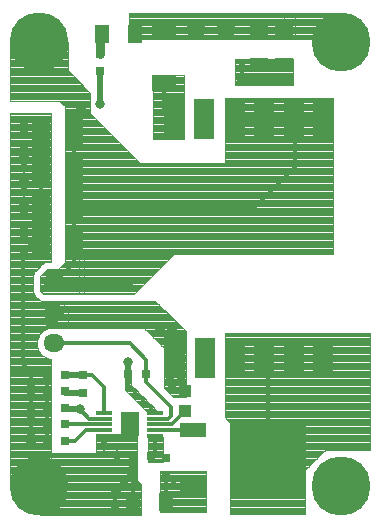
<source format=gbr>
G04 DipTrace 3.1.0.1*
G04 lt3757_nixie_power_supply_nosnub-route-5.Top.gbr*
%MOIN*%
G04 #@! TF.FileFunction,Copper,L1,Top*
G04 #@! TF.Part,Single*
G04 #@! TA.AperFunction,Conductor*
%ADD14C,0.011811*%
%ADD15C,0.019685*%
G04 #@! TA.AperFunction,ViaPad*
%ADD16C,0.031496*%
G04 #@! TA.AperFunction,Conductor*
%ADD17C,0.008661*%
G04 #@! TA.AperFunction,CopperBalancing*
%ADD18C,0.003937*%
%ADD20R,0.031496X0.031496*%
%ADD21R,0.062992X0.106299*%
%ADD22R,0.062992X0.047244*%
%ADD23R,0.03937X0.043307*%
%ADD24R,0.07874X0.055118*%
G04 #@! TA.AperFunction,ComponentPad*
%ADD25O,0.06X0.07*%
%ADD27R,0.070866X0.137795*%
%ADD28R,0.086614X0.047244*%
%ADD29R,0.251969X0.228346*%
G04 #@! TA.AperFunction,ComponentPad*
%ADD30C,0.19685*%
%ADD31R,0.047244X0.062992*%
%ADD33R,0.055118X0.011811*%
%ADD34R,0.059055X0.07874*%
G04 #@! TA.AperFunction,ComponentPad*
%ADD35O,0.07X0.06*%
G04 #@! TA.AperFunction,ViaPad*
%ADD37C,0.023622*%
%FSLAX26Y26*%
G04*
G70*
G90*
G75*
G01*
G04 Top*
%LPD*%
X1283780Y614488D2*
D14*
Y932913D1*
X1271614Y945079D1*
X1173189D2*
X1271614D1*
X1370039D1*
X1468465D1*
X724724Y1901890D2*
D15*
Y1791654D1*
X736535Y744409D2*
D14*
X689291D1*
X657795Y775906D1*
D15*
X610551D1*
D14*
X606614Y779843D1*
X732598Y2027874D2*
D16*
X724724D1*
Y1960945D1*
X909764Y705039D2*
D14*
X1035748D1*
X736535Y685354D2*
Y653858D1*
X1256220Y1921575D2*
X1338898D1*
X527874Y1697165D2*
Y1575118D1*
Y1453071D1*
Y1331024D1*
X500315D1*
X472756Y1303465D1*
X1197165Y1913701D2*
X1248346D1*
X1256220Y1921575D1*
X1197165Y1913701D2*
Y1874331D1*
X1236535D1*
X1275906D1*
X1315276D1*
X1354646D1*
X547559Y890079D2*
Y834961D1*
Y779843D1*
Y724724D1*
Y669606D1*
Y890079D2*
X504252D1*
X496378Y897953D1*
Y858583D1*
Y819213D1*
Y779843D1*
Y740472D1*
Y701102D1*
Y661732D1*
X834961Y464882D2*
Y516063D1*
X842835Y523937D1*
Y535748D1*
X834961Y543622D1*
Y618425D1*
X842835Y523937D2*
Y622362D1*
X779843D1*
X842835Y523937D2*
X803465D1*
Y520000D1*
X775906Y492441D1*
Y453071D1*
X834961Y464882D2*
X787717D1*
X775906Y453071D1*
X957008Y1004252D2*
Y964409D1*
X976339Y945079D1*
Y984213D1*
X996378Y1004252D1*
Y964882D2*
Y925512D1*
X957008Y886142D2*
X996378D1*
Y925512D1*
X957008D1*
Y964882D1*
X996378D1*
X957008Y886142D2*
Y925748D1*
X976339Y945079D1*
X823150Y724724D2*
Y712913D1*
X807402Y697165D1*
X838898D1*
Y724724D1*
X807402D1*
Y752283D1*
X838898D1*
X736535Y685354D2*
X811339D1*
Y693228D1*
X807402Y697165D1*
X571181Y1094803D2*
X468819D1*
Y1299528D1*
X472756Y1303465D1*
X468819Y1094803D2*
Y925512D1*
X496378Y897953D1*
X937323Y2035748D2*
X1042047D1*
X1045984Y2039685D1*
X1145984D1*
X1248346D1*
X1256220Y2031811D1*
X1338898D1*
X1496378D1*
X1527874Y2000315D1*
X937323Y2035748D2*
X842835D1*
Y2027874D1*
X1527874Y2000315D2*
Y2075118D1*
X1555433D1*
X1590866Y2039685D1*
Y1960945D1*
X1563307D1*
X1527874Y1925512D1*
X1500315D1*
X1464882Y1960945D1*
Y2039685D1*
X909764Y724724D2*
X964882D1*
X1008189Y768031D1*
X638110Y1697165D2*
Y1575118D1*
Y1453071D1*
Y1331024D1*
Y1453071D2*
X1244409D1*
X1374331Y1582992D1*
Y1740000D1*
X1370039Y1744291D1*
X1173189D2*
X1271614D1*
X1370039D1*
X1468465D1*
X638110Y1331024D2*
Y1261732D1*
X571181Y1194803D1*
X819213Y894016D2*
Y854646D1*
D17*
X909764Y764094D1*
X520000Y2000315D2*
D14*
Y2075118D1*
X547559D1*
X582992Y2039685D1*
Y1960945D1*
X555433D1*
X520000Y1925512D1*
X492441D1*
X457008Y1960945D1*
Y2039685D1*
X571181Y1194803D2*
X817638D1*
X819213Y1193228D1*
Y933386D2*
D15*
Y894016D1*
X1527874Y520000D2*
D14*
Y594803D1*
X1555433D1*
X1590866Y559370D1*
Y480630D1*
X1563307D1*
X1527874Y445197D1*
X1500315D1*
X1464882Y480630D1*
Y559370D1*
X937323Y1862520D2*
Y1779370D1*
X972402Y1744291D1*
X736535Y705039D2*
X677480D1*
X642047Y669606D1*
X606614D1*
X894016Y618425D2*
X945197D1*
Y614488D1*
X909764Y685354D2*
Y634173D1*
X894016Y618425D1*
X945197Y555433D2*
Y464882D1*
X1035748Y523937D2*
X976693D1*
X945197Y555433D1*
X736535Y724724D2*
X606614D1*
X909764Y744409D2*
X953071D1*
X960945Y752283D1*
Y783780D1*
X878268Y866457D1*
Y894016D1*
X571181Y994803D2*
X824724D1*
X878268Y941260D1*
Y894016D1*
X736535Y764094D2*
Y850709D1*
X697165Y890079D1*
X669606D1*
D15*
X606614D1*
X669606Y831024D2*
X606614D1*
Y834961D1*
D16*
X724724Y1791654D3*
X657795Y775906D3*
X1008189Y768031D3*
X736535Y653858D3*
X1197165Y1913701D3*
Y1874331D3*
X1236535D3*
X1275906D3*
X1315276D3*
X1354646D3*
X472756Y1736535D3*
Y1697165D3*
Y1657795D3*
Y1618425D3*
Y1579055D3*
Y1539685D3*
Y1500315D3*
Y1460945D3*
Y1421575D3*
Y1382205D3*
Y1342835D3*
Y1303465D3*
X496378Y897953D3*
Y858583D3*
Y819213D3*
Y779843D3*
Y740472D3*
Y701102D3*
Y661732D3*
X957008Y886142D3*
X996378D3*
X957008Y925512D3*
X996378D3*
X957008Y964882D3*
X996378D3*
X957008Y1004252D3*
X996378D3*
X842835Y523937D3*
X779843Y622362D3*
X803465Y523937D3*
X775906Y492441D3*
Y453071D3*
X925512Y1043622D3*
X819213Y1193228D3*
X520000Y2075118D3*
Y1925512D3*
X457008Y1960945D3*
Y2039685D3*
X582992Y1960945D3*
Y2039685D3*
X520000Y594803D3*
Y445197D3*
X457008Y480630D3*
Y559370D3*
X582992Y480630D3*
Y559370D3*
X1527874Y2075118D3*
Y1925512D3*
D37*
X807402Y752283D3*
X838898D3*
X807402Y724724D3*
X838898D3*
X807402Y697165D3*
X838898D3*
D16*
X1464882Y1960945D3*
Y2039685D3*
X1590866Y1960945D3*
Y2039685D3*
X1527874Y594803D3*
Y445197D3*
X1464882Y480630D3*
Y559370D3*
X1590866Y480630D3*
Y559370D3*
X823150Y571181D3*
X964882Y1043622D3*
Y846772D3*
X819213Y933386D3*
X1140476Y1809501D2*
D18*
X1501886D1*
X1140476Y1805696D2*
X1501886D1*
X1140476Y1801890D2*
X1501886D1*
X1140476Y1798084D2*
X1501886D1*
X1140476Y1794278D2*
X1501886D1*
X1140476Y1790472D2*
X1501886D1*
X1140476Y1786667D2*
X1501886D1*
X661060Y1782861D2*
X671285D1*
X1140476D2*
X1501886D1*
X648881Y1779055D2*
X675091D1*
X1140476D2*
X1501886D1*
X636709Y1775249D2*
X678898D1*
X1140476D2*
X1501886D1*
X624529Y1771444D2*
X682703D1*
X1140476D2*
X1501886D1*
X612348Y1767638D2*
X686510D1*
X1140476D2*
X1501886D1*
X608980Y1763832D2*
X690316D1*
X1140476D2*
X1501886D1*
X608980Y1760026D2*
X694122D1*
X1140476D2*
X1501886D1*
X608980Y1756220D2*
X697921D1*
X1140476D2*
X1501886D1*
X608980Y1752415D2*
X701727D1*
X1140476D2*
X1501886D1*
X608980Y1748609D2*
X705534D1*
X1140476D2*
X1501886D1*
X608980Y1744803D2*
X709340D1*
X1140476D2*
X1501886D1*
X608980Y1740997D2*
X713147D1*
X1140476D2*
X1501886D1*
X608980Y1737192D2*
X716953D1*
X1140476D2*
X1501886D1*
X608980Y1733386D2*
X720759D1*
X1140476D2*
X1501886D1*
X608980Y1729580D2*
X724566D1*
X1140476D2*
X1501886D1*
X608980Y1725774D2*
X728371D1*
X1140476D2*
X1501886D1*
X608980Y1721969D2*
X732177D1*
X1140476D2*
X1501886D1*
X608980Y1718163D2*
X735984D1*
X1140476D2*
X1501886D1*
X608980Y1714357D2*
X739790D1*
X1140476D2*
X1501886D1*
X608980Y1710551D2*
X743597D1*
X1140476D2*
X1501886D1*
X608980Y1706745D2*
X747403D1*
X1140476D2*
X1501886D1*
X608980Y1702940D2*
X751209D1*
X1140476D2*
X1501886D1*
X608980Y1699134D2*
X755008D1*
X1140476D2*
X1501886D1*
X608980Y1695328D2*
X758814D1*
X1140476D2*
X1501886D1*
X608980Y1691522D2*
X762621D1*
X1140476D2*
X1501886D1*
X608980Y1687717D2*
X766427D1*
X1140476D2*
X1501886D1*
X608980Y1683911D2*
X770234D1*
X1140476D2*
X1501886D1*
X608980Y1680105D2*
X774039D1*
X1140476D2*
X1501886D1*
X608980Y1676299D2*
X777845D1*
X1140476D2*
X1501886D1*
X608980Y1672493D2*
X781652D1*
X1140476D2*
X1501886D1*
X608980Y1668688D2*
X785458D1*
X1140476D2*
X1501886D1*
X608980Y1664882D2*
X789264D1*
X1140476D2*
X1501886D1*
X608980Y1661076D2*
X793071D1*
X1140476D2*
X1501886D1*
X608980Y1657270D2*
X796877D1*
X1140476D2*
X1501886D1*
X608980Y1653465D2*
X800684D1*
X1140476D2*
X1501886D1*
X608980Y1649659D2*
X804490D1*
X1140476D2*
X1501886D1*
X608980Y1645853D2*
X808295D1*
X1140476D2*
X1501886D1*
X608980Y1642047D2*
X812094D1*
X1140476D2*
X1501886D1*
X608980Y1638241D2*
X815900D1*
X1140476D2*
X1501886D1*
X608980Y1634436D2*
X819707D1*
X1140476D2*
X1501886D1*
X608980Y1630630D2*
X823513D1*
X1140476D2*
X1501886D1*
X608980Y1626824D2*
X827320D1*
X1140476D2*
X1501886D1*
X608980Y1623018D2*
X831126D1*
X1140476D2*
X1501886D1*
X608980Y1619213D2*
X834932D1*
X1140476D2*
X1501886D1*
X608980Y1615407D2*
X838739D1*
X1140476D2*
X1501886D1*
X608980Y1611601D2*
X842545D1*
X1140476D2*
X1501886D1*
X608980Y1607795D2*
X846350D1*
X1140476D2*
X1501886D1*
X608980Y1603990D2*
X850157D1*
X1140476D2*
X1501886D1*
X608980Y1600184D2*
X853963D1*
X1140476D2*
X1501886D1*
X608980Y1596378D2*
X1501886D1*
X608980Y1592572D2*
X1501886D1*
X608980Y1588766D2*
X1501886D1*
X608980Y1584961D2*
X1501886D1*
X608980Y1581155D2*
X1501886D1*
X608980Y1577349D2*
X1501886D1*
X608980Y1573543D2*
X1501886D1*
X608980Y1569738D2*
X1501886D1*
X608980Y1565932D2*
X1501886D1*
X608980Y1562126D2*
X1501886D1*
X608980Y1558320D2*
X1501886D1*
X608980Y1554514D2*
X1501886D1*
X608980Y1550709D2*
X1501886D1*
X608980Y1546903D2*
X1501886D1*
X608980Y1543097D2*
X1501886D1*
X608980Y1539291D2*
X1501886D1*
X608980Y1535486D2*
X1501886D1*
X608980Y1531680D2*
X1501886D1*
X608980Y1527874D2*
X1501886D1*
X608980Y1524068D2*
X1501886D1*
X608980Y1520262D2*
X1501886D1*
X608980Y1516457D2*
X1501886D1*
X608980Y1512651D2*
X1501886D1*
X608980Y1508845D2*
X1501886D1*
X608980Y1505039D2*
X1501886D1*
X608980Y1501234D2*
X1501886D1*
X608980Y1497428D2*
X1501886D1*
X608980Y1493622D2*
X1501886D1*
X608980Y1489816D2*
X1501886D1*
X608980Y1486010D2*
X1501886D1*
X608980Y1482205D2*
X1501886D1*
X608980Y1478399D2*
X1501886D1*
X608980Y1474593D2*
X1501886D1*
X608980Y1470787D2*
X1501886D1*
X608980Y1466982D2*
X1501886D1*
X608980Y1463176D2*
X1501886D1*
X608980Y1459370D2*
X1501886D1*
X608980Y1455564D2*
X1501886D1*
X608980Y1451759D2*
X1501886D1*
X608980Y1447953D2*
X1501886D1*
X608980Y1444147D2*
X1501886D1*
X608980Y1440341D2*
X1501886D1*
X608980Y1436535D2*
X1501886D1*
X608980Y1432730D2*
X1501886D1*
X608980Y1428924D2*
X1501886D1*
X608980Y1425118D2*
X1501886D1*
X608980Y1421312D2*
X1501886D1*
X608980Y1417507D2*
X1501886D1*
X608980Y1413701D2*
X1501886D1*
X608980Y1409895D2*
X1501886D1*
X608980Y1406089D2*
X1501886D1*
X608980Y1402283D2*
X1501886D1*
X608980Y1398478D2*
X1501886D1*
X608980Y1394672D2*
X1501886D1*
X608980Y1390866D2*
X1501886D1*
X608980Y1387060D2*
X1501886D1*
X608980Y1383255D2*
X1501886D1*
X608980Y1379449D2*
X1501886D1*
X608980Y1375643D2*
X1501886D1*
X608980Y1371837D2*
X1501886D1*
X608980Y1368031D2*
X1501886D1*
X608980Y1364226D2*
X1501886D1*
X608980Y1360420D2*
X1501886D1*
X608980Y1356614D2*
X1501886D1*
X608980Y1352808D2*
X1501886D1*
X608980Y1349003D2*
X1501886D1*
X608980Y1345197D2*
X1501886D1*
X608980Y1341391D2*
X1501886D1*
X608980Y1337585D2*
X1501886D1*
X608980Y1333780D2*
X1501886D1*
X608980Y1329974D2*
X1501886D1*
X608980Y1326168D2*
X1501886D1*
X608980Y1322362D2*
X1501886D1*
X608980Y1318556D2*
X1501886D1*
X608980Y1314751D2*
X1501886D1*
X608980Y1310945D2*
X1501886D1*
X608980Y1307139D2*
X1501886D1*
X608980Y1303333D2*
X1501886D1*
X608980Y1299528D2*
X1501886D1*
X608980Y1295722D2*
X1501886D1*
X669056Y1785482D2*
X608579Y1766583D1*
X608583Y1293630D1*
X1502276Y1293622D1*
X1502283Y1813299D1*
X1140087Y1813307D1*
X1140072Y1598585D1*
X1139929Y1597987D1*
X1139608Y1597462D1*
X1139139Y1597062D1*
X1138570Y1596825D1*
X1138110Y1596772D1*
X858274Y1596795D1*
X857689Y1596986D1*
X857190Y1597349D1*
X669054Y1785486D1*
X900319Y1884304D2*
X1005823D1*
X900319Y1880499D2*
X1005823D1*
X900319Y1876693D2*
X1005823D1*
X900319Y1872887D2*
X1005823D1*
X900319Y1869081D2*
X1005823D1*
X900319Y1865276D2*
X1005823D1*
X900319Y1861470D2*
X1005823D1*
X900319Y1857664D2*
X1005823D1*
X900319Y1853858D2*
X1005823D1*
X900319Y1850052D2*
X1005823D1*
X900319Y1846247D2*
X1005823D1*
X900319Y1842441D2*
X1005823D1*
X900319Y1838635D2*
X1005823D1*
X900319Y1834829D2*
X1005823D1*
X900319Y1831024D2*
X1005823D1*
X900319Y1827218D2*
X1005823D1*
X900319Y1823412D2*
X1005823D1*
X900319Y1819606D2*
X1005823D1*
X900319Y1815801D2*
X1005823D1*
X900319Y1811995D2*
X1005823D1*
X900319Y1808189D2*
X1005823D1*
X900319Y1804383D2*
X1005823D1*
X900319Y1800577D2*
X1005823D1*
X900319Y1796772D2*
X1005823D1*
X900319Y1792966D2*
X1005823D1*
X900319Y1789160D2*
X1005823D1*
X900319Y1785354D2*
X1005823D1*
X900319Y1781549D2*
X1005823D1*
X900319Y1777743D2*
X1005823D1*
X900319Y1773937D2*
X1005823D1*
X900319Y1770131D2*
X1005823D1*
X900319Y1766325D2*
X1005823D1*
X900319Y1762520D2*
X1005823D1*
X900319Y1758714D2*
X1005823D1*
X900319Y1754908D2*
X1005823D1*
X900319Y1751102D2*
X1005823D1*
X900319Y1747297D2*
X1005823D1*
X900319Y1743491D2*
X1005823D1*
X900319Y1739685D2*
X1005823D1*
X900319Y1735879D2*
X1005823D1*
X900319Y1732073D2*
X1005823D1*
X900319Y1728268D2*
X1005823D1*
X900319Y1724462D2*
X1005823D1*
X900319Y1720656D2*
X1005823D1*
X900319Y1716850D2*
X1005823D1*
X900319Y1713045D2*
X1005823D1*
X900319Y1709239D2*
X1005823D1*
X900319Y1705433D2*
X1005823D1*
X900319Y1701627D2*
X1005823D1*
X900319Y1697822D2*
X1005823D1*
X900319Y1694016D2*
X1005823D1*
X900319Y1690210D2*
X1005823D1*
X900319Y1686404D2*
X1005823D1*
X900319Y1682598D2*
X1005823D1*
X900319Y1678793D2*
X1005823D1*
X1006213Y1888110D2*
X899929D1*
X899921Y1675520D1*
X1006213Y1675512D1*
X1006220Y1888102D1*
X423941Y1994541D2*
X616059D1*
X423941Y1990735D2*
X616059D1*
X423941Y1986929D2*
X616059D1*
X423941Y1983123D2*
X616059D1*
X423941Y1979318D2*
X616059D1*
X423941Y1975512D2*
X616059D1*
X423941Y1971706D2*
X616059D1*
X423941Y1967900D2*
X616059D1*
X423941Y1964094D2*
X616059D1*
X423941Y1960289D2*
X616059D1*
X423941Y1956483D2*
X616059D1*
X423941Y1952677D2*
X616059D1*
X423941Y1948871D2*
X616059D1*
X423941Y1945066D2*
X616059D1*
X423941Y1941260D2*
X616059D1*
X423941Y1937454D2*
X616059D1*
X423941Y1933648D2*
X616059D1*
X423941Y1929843D2*
X616059D1*
X423941Y1926037D2*
X616059D1*
X423941Y1922231D2*
X616059D1*
X423941Y1918425D2*
X616059D1*
X423941Y1914619D2*
X616059D1*
X423941Y1910814D2*
X616059D1*
X423941Y1907008D2*
X616059D1*
X423941Y1903202D2*
X617874D1*
X423941Y1899396D2*
X621680D1*
X423941Y1895591D2*
X625487D1*
X423941Y1891785D2*
X629293D1*
X423941Y1887979D2*
X633098D1*
X423941Y1884173D2*
X636898D1*
X423941Y1880367D2*
X640703D1*
X423941Y1876562D2*
X644510D1*
X423941Y1872756D2*
X648316D1*
X423941Y1868950D2*
X652123D1*
X423941Y1865144D2*
X655929D1*
X423941Y1861339D2*
X659735D1*
X423941Y1857533D2*
X663542D1*
X423941Y1853727D2*
X667348D1*
X423941Y1849921D2*
X671154D1*
X423941Y1846115D2*
X674961D1*
X423941Y1842310D2*
X678766D1*
X423941Y1838504D2*
X682573D1*
X423941Y1834698D2*
X686379D1*
X423941Y1830892D2*
X690185D1*
X423941Y1827087D2*
X690862D1*
X423941Y1823281D2*
X690862D1*
X423941Y1819475D2*
X690862D1*
X423941Y1815669D2*
X690862D1*
X423941Y1811864D2*
X690862D1*
X423941Y1808058D2*
X690862D1*
X423941Y1804252D2*
X690862D1*
X593125Y1800446D2*
X690862D1*
X596930Y1796640D2*
X690862D1*
X600738Y1792835D2*
X690862D1*
X604543Y1789029D2*
X690862D1*
X608349Y1785223D2*
X690862D1*
X608980Y1781417D2*
X690862D1*
X608980Y1777612D2*
X690862D1*
X608980Y1773806D2*
X690862D1*
X608980Y1770000D2*
X690862D1*
X608980Y1766194D2*
X690862D1*
X608980Y1762388D2*
X690862D1*
X608980Y1758583D2*
X690862D1*
X608980Y1754777D2*
X690862D1*
X608980Y1750971D2*
X682673D1*
X681094Y1750314D2*
X691262Y1753703D1*
X691260Y1830201D1*
X616832Y1904669D1*
X616552Y1905218D1*
X616457Y1905827D1*
Y1998339D1*
X423551Y1998346D1*
X423543Y1801504D1*
X591021Y1801490D1*
X591619Y1801346D1*
X592144Y1801025D1*
X608207Y1784937D1*
X608487Y1784388D1*
X608583Y1783780D1*
Y1750323D1*
X681102Y1750315D1*
X1140476Y1026037D2*
X1623933D1*
X1140476Y1022231D2*
X1623933D1*
X1140476Y1018425D2*
X1623933D1*
X1140476Y1014619D2*
X1623933D1*
X1140476Y1010814D2*
X1623933D1*
X1140476Y1007008D2*
X1623933D1*
X1140476Y1003202D2*
X1623933D1*
X1140476Y999396D2*
X1623933D1*
X1140476Y995591D2*
X1623933D1*
X1140476Y991785D2*
X1623933D1*
X1140476Y987979D2*
X1623933D1*
X1140476Y984173D2*
X1623933D1*
X1140476Y980367D2*
X1623933D1*
X1140476Y976562D2*
X1623933D1*
X1140476Y972756D2*
X1623933D1*
X1140476Y968950D2*
X1623933D1*
X1140476Y965144D2*
X1623933D1*
X1140476Y961339D2*
X1623933D1*
X1140476Y957533D2*
X1623933D1*
X1140476Y953727D2*
X1623933D1*
X1140476Y949921D2*
X1623933D1*
X1140476Y946115D2*
X1623933D1*
X1140476Y942310D2*
X1623933D1*
X1140476Y938504D2*
X1623933D1*
X1140476Y934698D2*
X1623933D1*
X1140476Y930892D2*
X1623933D1*
X1140476Y927087D2*
X1623933D1*
X1140476Y923281D2*
X1623933D1*
X1140476Y919475D2*
X1623933D1*
X1140476Y915669D2*
X1623933D1*
X1140476Y911864D2*
X1623933D1*
X1140476Y908058D2*
X1623933D1*
X1140476Y904252D2*
X1623933D1*
X1140476Y900446D2*
X1623933D1*
X1140476Y896640D2*
X1623933D1*
X1140476Y892835D2*
X1623933D1*
X1140476Y889029D2*
X1623933D1*
X1140476Y885223D2*
X1623933D1*
X1140476Y881417D2*
X1623933D1*
X1140476Y877612D2*
X1623933D1*
X1140476Y873806D2*
X1623933D1*
X1140476Y870000D2*
X1623933D1*
X1140476Y866194D2*
X1623933D1*
X1140476Y862388D2*
X1623933D1*
X1140476Y858583D2*
X1623933D1*
X1140476Y854777D2*
X1623933D1*
X1140476Y850971D2*
X1623933D1*
X1140476Y847165D2*
X1623933D1*
X1140476Y843360D2*
X1623933D1*
X1140476Y839554D2*
X1623933D1*
X1140476Y835748D2*
X1623933D1*
X1140476Y831942D2*
X1623933D1*
X1140476Y828136D2*
X1623933D1*
X1140476Y824331D2*
X1623933D1*
X1140476Y820525D2*
X1623933D1*
X1140476Y816719D2*
X1623933D1*
X1140476Y812913D2*
X1623933D1*
X1140476Y809108D2*
X1623933D1*
X1140476Y805302D2*
X1623933D1*
X1140476Y801496D2*
X1623933D1*
X1140476Y797690D2*
X1623933D1*
X1140476Y793885D2*
X1623933D1*
X1140476Y790079D2*
X1623933D1*
X1140476Y786273D2*
X1623933D1*
X1140476Y782467D2*
X1623933D1*
X1140476Y778661D2*
X1623933D1*
X1140476Y774856D2*
X1623933D1*
X1140476Y771050D2*
X1623933D1*
X1140476Y767244D2*
X1623933D1*
X1140476Y763438D2*
X1623933D1*
X1140476Y759633D2*
X1623933D1*
X1140476Y755827D2*
X1623933D1*
X1140476Y752021D2*
X1623933D1*
X1141422Y748215D2*
X1623933D1*
X1145228Y744409D2*
X1623933D1*
X1149027Y740604D2*
X1623933D1*
X1152833Y736798D2*
X1623933D1*
X1156640Y732992D2*
X1623933D1*
X1160154Y729186D2*
X1623933D1*
X1160161Y725381D2*
X1623933D1*
X1160161Y721575D2*
X1623933D1*
X1160161Y717769D2*
X1623933D1*
X1160161Y713963D2*
X1623933D1*
X1160161Y710157D2*
X1623933D1*
X1160161Y706352D2*
X1623933D1*
X1160161Y702546D2*
X1623933D1*
X1160161Y698740D2*
X1623933D1*
X1160161Y694934D2*
X1623933D1*
X1160161Y691129D2*
X1623933D1*
X1160161Y687323D2*
X1623933D1*
X1160161Y683517D2*
X1623933D1*
X1160161Y679711D2*
X1623933D1*
X1160161Y675906D2*
X1623933D1*
X1160161Y672100D2*
X1623933D1*
X1160161Y668294D2*
X1623933D1*
X1160161Y664488D2*
X1623933D1*
X1160161Y660682D2*
X1623933D1*
X1160161Y656877D2*
X1623933D1*
X1160161Y653071D2*
X1623933D1*
X1160161Y649265D2*
X1623933D1*
X1160161Y645459D2*
X1623933D1*
X1160161Y641654D2*
X1623933D1*
X1160161Y637848D2*
X1473250D1*
X1160161Y634042D2*
X1469444D1*
X1160161Y630236D2*
X1465638D1*
X1160161Y626430D2*
X1461839D1*
X1160161Y622625D2*
X1458033D1*
X1160161Y618819D2*
X1454227D1*
X1160161Y615013D2*
X1450420D1*
X1160161Y611207D2*
X1446614D1*
X1160161Y607402D2*
X1442808D1*
X1160161Y603596D2*
X1439001D1*
X1160161Y599790D2*
X1435195D1*
X1160161Y595984D2*
X1431389D1*
X1160161Y592178D2*
X1427583D1*
X1160161Y588373D2*
X1423776D1*
X1160161Y584567D2*
X1419970D1*
X1160161Y580761D2*
X1416164D1*
X1160161Y576955D2*
X1412357D1*
X1160161Y573150D2*
X1408551D1*
X1160161Y569344D2*
X1407398D1*
X1160161Y565538D2*
X1407398D1*
X1160161Y561732D2*
X1407398D1*
X1160161Y557927D2*
X1407398D1*
X1160161Y554121D2*
X1407398D1*
X1160161Y550315D2*
X1407398D1*
X1160161Y546509D2*
X1407398D1*
X1160161Y542703D2*
X1407398D1*
X1160161Y538898D2*
X1407398D1*
X1160161Y535092D2*
X1407398D1*
X1160161Y531286D2*
X1407398D1*
X1160161Y527480D2*
X1407398D1*
X1160161Y523675D2*
X1407398D1*
X1160161Y519869D2*
X1407398D1*
X1160161Y516063D2*
X1407398D1*
X1160161Y512257D2*
X1407398D1*
X1160161Y508451D2*
X1407398D1*
X1160161Y504646D2*
X1407398D1*
X1160161Y500840D2*
X1407398D1*
X1160161Y497034D2*
X1407398D1*
X1160161Y493228D2*
X1407398D1*
X1160161Y489423D2*
X1407398D1*
X1160161Y485617D2*
X1407398D1*
X1160161Y481811D2*
X1407398D1*
X1160161Y478005D2*
X1407398D1*
X1160161Y474199D2*
X1407398D1*
X1160161Y470394D2*
X1407398D1*
X1160161Y466588D2*
X1407398D1*
X1160161Y462782D2*
X1407398D1*
X1160161Y458976D2*
X1407398D1*
X1160161Y455171D2*
X1407398D1*
X1160161Y451365D2*
X1407398D1*
X1160161Y447559D2*
X1407398D1*
X1160161Y443753D2*
X1407398D1*
X1160161Y439948D2*
X1407398D1*
X1160161Y436142D2*
X1407398D1*
X1160161Y432336D2*
X1407398D1*
X1160161Y428530D2*
X1407398D1*
X1140079Y1029835D2*
Y749169D1*
X1159388Y729819D1*
X1159668Y729270D1*
X1159764Y728661D1*
Y427488D1*
X1407788Y427480D1*
X1407801Y571336D1*
X1407945Y571934D1*
X1408267Y572460D1*
X1475414Y639607D1*
X1475940Y639929D1*
X1476538Y640073D1*
X1624323Y640079D1*
X1624331Y1029835D1*
X1140086Y1029842D1*
X923941Y565407D2*
X1076689D1*
X923941Y561601D2*
X1076689D1*
X923941Y557795D2*
X1076689D1*
X923941Y553990D2*
X1076689D1*
X923941Y550184D2*
X1076689D1*
X923941Y546378D2*
X1076689D1*
X923941Y542572D2*
X1076689D1*
X923941Y538766D2*
X1076689D1*
X923941Y534961D2*
X1076689D1*
X923941Y531155D2*
X1076689D1*
X923941Y527349D2*
X1076689D1*
X923941Y523543D2*
X1076689D1*
X923941Y519738D2*
X1076689D1*
X923941Y515932D2*
X1076689D1*
X923941Y512126D2*
X1076689D1*
X923941Y508320D2*
X1076689D1*
X923941Y504514D2*
X1076689D1*
X923941Y500709D2*
X1076689D1*
X923941Y496903D2*
X1076689D1*
X923941Y493097D2*
X1076689D1*
X923941Y489291D2*
X1076689D1*
X923941Y485486D2*
X1076689D1*
X923941Y481680D2*
X1076689D1*
X923941Y477874D2*
X1076689D1*
X923941Y474068D2*
X1076689D1*
X923941Y470262D2*
X1076689D1*
X923941Y466457D2*
X1076689D1*
X923941Y462651D2*
X1076689D1*
X923941Y458845D2*
X1076689D1*
X923941Y455039D2*
X1076689D1*
X923941Y451234D2*
X1076689D1*
X923941Y447428D2*
X1076689D1*
X923941Y443622D2*
X1076689D1*
X923941Y439816D2*
X1076689D1*
X923941Y436010D2*
X1076689D1*
X923941Y432205D2*
X1076689D1*
X1077079Y569213D2*
X923551D1*
X923543Y431425D1*
X1077079Y431417D1*
X1077087Y569205D1*
X1175909Y1939423D2*
X1368028D1*
X1175909Y1935617D2*
X1368028D1*
X1175909Y1931811D2*
X1368028D1*
X1175909Y1928005D2*
X1368028D1*
X1175909Y1924199D2*
X1368028D1*
X1175909Y1920394D2*
X1368028D1*
X1175909Y1916588D2*
X1368028D1*
X1175909Y1912782D2*
X1368028D1*
X1175909Y1908976D2*
X1368028D1*
X1175909Y1905171D2*
X1368028D1*
X1175909Y1901365D2*
X1368028D1*
X1175909Y1897559D2*
X1368028D1*
X1175909Y1893753D2*
X1368028D1*
X1175909Y1889948D2*
X1368028D1*
X1175909Y1886142D2*
X1368028D1*
X1175909Y1882336D2*
X1368028D1*
X1175909Y1878530D2*
X1368028D1*
X1175909Y1874724D2*
X1368028D1*
X1175909Y1870919D2*
X1368028D1*
X1175909Y1867113D2*
X1368028D1*
X1175909Y1863307D2*
X1368028D1*
X1175909Y1859501D2*
X1368028D1*
X1368417Y1943228D2*
X1175520D1*
X1175512Y1856622D1*
X1368417Y1856614D1*
X1368425Y1943220D1*
X821579Y2092966D2*
X1375902D1*
X821579Y2089160D2*
X1375902D1*
X821579Y2085354D2*
X1375902D1*
X821579Y2081549D2*
X1375902D1*
X821579Y2077743D2*
X1375902D1*
X821579Y2073937D2*
X1375902D1*
X821579Y2070131D2*
X1375902D1*
X821579Y2066325D2*
X1375902D1*
X821579Y2062520D2*
X1375902D1*
X821579Y2058714D2*
X1375902D1*
X821579Y2054908D2*
X1375902D1*
X821579Y2051102D2*
X1375902D1*
X821579Y2047297D2*
X1375902D1*
X821579Y2043491D2*
X1375902D1*
X821579Y2039685D2*
X1375902D1*
X821579Y2035879D2*
X1375902D1*
X821579Y2032073D2*
X1375902D1*
X821579Y2028268D2*
X1375902D1*
X821579Y2024462D2*
X1375902D1*
X821579Y2020656D2*
X1375902D1*
X821579Y2016850D2*
X1375902D1*
X821579Y2013045D2*
X1375902D1*
X821189Y2010157D2*
X1376291D1*
X1376299Y2096764D1*
X821189Y2096772D1*
X821181Y2010165D1*
X1337327Y2092966D2*
X1529445D1*
X1337327Y2089160D2*
X1529445D1*
X1337327Y2085354D2*
X1529445D1*
X1337327Y2081549D2*
X1529445D1*
X1337327Y2077743D2*
X1529445D1*
X1337327Y2073937D2*
X1529445D1*
X1337327Y2070131D2*
X1529445D1*
X1337327Y2066325D2*
X1529445D1*
X1337327Y2062520D2*
X1529445D1*
X1337327Y2058714D2*
X1529445D1*
X1337327Y2054908D2*
X1529445D1*
X1337327Y2051102D2*
X1529445D1*
X1337327Y2047297D2*
X1529445D1*
X1337327Y2043491D2*
X1529445D1*
X1337327Y2039685D2*
X1529445D1*
X1337327Y2035879D2*
X1529445D1*
X1337327Y2032073D2*
X1529445D1*
X1337327Y2028268D2*
X1529445D1*
X1337327Y2024462D2*
X1529445D1*
X1337327Y2020656D2*
X1529445D1*
X1337327Y2016850D2*
X1529445D1*
X1337327Y2013045D2*
X1529445D1*
X1529835Y2096772D2*
X1336937D1*
X1336929Y2010165D1*
X1529835Y2010157D1*
X1529843Y2096764D1*
X939689Y1029974D2*
X1009760D1*
X939689Y1026168D2*
X1009760D1*
X939689Y1022362D2*
X1009760D1*
X939689Y1018556D2*
X1009760D1*
X939689Y1014751D2*
X1009760D1*
X939689Y1010945D2*
X1009760D1*
X939689Y1007139D2*
X1009760D1*
X939689Y1003333D2*
X1009760D1*
X939689Y999528D2*
X1009760D1*
X939689Y995722D2*
X1009760D1*
X939689Y991916D2*
X1009760D1*
X939689Y988110D2*
X1009760D1*
X939689Y984304D2*
X1009760D1*
X939689Y980499D2*
X1009760D1*
X939689Y976693D2*
X1009760D1*
X939689Y972887D2*
X1009760D1*
X939689Y969081D2*
X1009760D1*
X939689Y965276D2*
X1009760D1*
X939689Y961470D2*
X1009760D1*
X939689Y957664D2*
X1009760D1*
X939689Y953858D2*
X1009760D1*
X939689Y950052D2*
X1009760D1*
X939689Y946247D2*
X1009760D1*
X939689Y942441D2*
X1009760D1*
X939689Y938635D2*
X1009760D1*
X939689Y934829D2*
X1009760D1*
X939689Y931024D2*
X1009760D1*
X939689Y927218D2*
X1009760D1*
X939689Y923412D2*
X1009760D1*
X939689Y919606D2*
X1009760D1*
X939689Y915801D2*
X1009760D1*
X939689Y911995D2*
X1009760D1*
X939689Y908189D2*
X1009760D1*
X939689Y904383D2*
X1009760D1*
X939689Y900577D2*
X1009760D1*
X939689Y896772D2*
X1009760D1*
X939689Y892966D2*
X1009760D1*
X939689Y889160D2*
X1009760D1*
X939689Y885354D2*
X1009760D1*
X939689Y881549D2*
X1009760D1*
X939689Y877743D2*
X1009760D1*
X939689Y873937D2*
X1009760D1*
X939689Y870131D2*
X1009760D1*
X939689Y866325D2*
X1009760D1*
X939689Y862520D2*
X1009760D1*
X939689Y858714D2*
X1009760D1*
X939689Y854908D2*
X1009760D1*
X939689Y851102D2*
X1009760D1*
X939689Y847297D2*
X1009760D1*
X940827Y843491D2*
X1009760D1*
X944634Y839685D2*
X1009760D1*
X948440Y835879D2*
X1009760D1*
X952238Y832073D2*
X1009760D1*
X956045Y828268D2*
X1009760D1*
X959850Y824462D2*
X1009760D1*
X963657Y820656D2*
X1009760D1*
X939293Y844629D2*
X966676Y817247D1*
X1010150Y817244D1*
X1010157Y1033772D1*
X939299Y1033780D1*
X939291Y844626D1*
X711343Y683517D2*
X848343D1*
X711343Y679711D2*
X848343D1*
X711343Y675906D2*
X848343D1*
X711343Y672100D2*
X848343D1*
X711343Y668294D2*
X848343D1*
X711343Y664488D2*
X848343D1*
X711343Y660682D2*
X848343D1*
X711343Y656877D2*
X848343D1*
X711343Y653071D2*
X848343D1*
X711343Y649265D2*
X848343D1*
X711343Y645459D2*
X848343D1*
X711343Y641654D2*
X848343D1*
X711343Y637848D2*
X848343D1*
X711343Y634042D2*
X848343D1*
X711343Y630236D2*
X848343D1*
X526303Y626430D2*
X848343D1*
X526303Y622625D2*
X848343D1*
X526303Y618819D2*
X848343D1*
X526303Y615013D2*
X848343D1*
X526303Y611207D2*
X848343D1*
X526303Y607402D2*
X848343D1*
X526303Y603596D2*
X848343D1*
X526303Y599790D2*
X848343D1*
X526303Y595984D2*
X848343D1*
X526303Y592178D2*
X848343D1*
X526303Y588373D2*
X848343D1*
X526303Y584567D2*
X848343D1*
X526303Y580761D2*
X848343D1*
X526303Y576955D2*
X848343D1*
X526303Y573150D2*
X848343D1*
X526303Y569344D2*
X848343D1*
X526303Y565538D2*
X848343D1*
X526303Y561732D2*
X848343D1*
X526303Y557927D2*
X848343D1*
X526303Y554121D2*
X848343D1*
X526303Y550315D2*
X848343D1*
X526303Y546509D2*
X848343D1*
X526303Y542703D2*
X848343D1*
X526303Y538898D2*
X848350D1*
X526303Y535092D2*
X852126D1*
X526303Y531286D2*
X855932D1*
X526303Y527480D2*
X859739D1*
X526303Y523675D2*
X860154D1*
X526303Y519869D2*
X860154D1*
X526303Y516063D2*
X860154D1*
X526303Y512257D2*
X860154D1*
X526303Y508451D2*
X860154D1*
X526303Y504646D2*
X860154D1*
X526303Y500840D2*
X860154D1*
X526303Y497034D2*
X860154D1*
X526303Y493228D2*
X860154D1*
X526303Y489423D2*
X860154D1*
X526303Y485617D2*
X860154D1*
X526303Y481811D2*
X860154D1*
X526303Y478005D2*
X860154D1*
X526303Y474199D2*
X860154D1*
X526303Y470394D2*
X860154D1*
X526303Y466588D2*
X860154D1*
X526303Y462782D2*
X860154D1*
X526303Y458976D2*
X860154D1*
X526303Y455171D2*
X860154D1*
X526303Y451365D2*
X860154D1*
X526303Y447559D2*
X860154D1*
X526303Y443753D2*
X860154D1*
X526303Y439948D2*
X860154D1*
X526303Y436142D2*
X860154D1*
X526303Y432336D2*
X860154D1*
X526303Y428530D2*
X860154D1*
X526303Y424724D2*
X860154D1*
X710945Y687315D2*
X710921Y629928D1*
X710731Y629343D1*
X710369Y628844D1*
X709870Y628482D1*
X709285Y628291D1*
X703071Y628268D1*
X525913D1*
X525906Y423551D1*
X860543Y423543D1*
X860551Y527051D1*
X849115Y538528D1*
X848836Y539076D1*
X848740Y539685D1*
Y687315D1*
X710953Y687323D1*
X423941Y903990D2*
X560941D1*
X423941Y900184D2*
X560941D1*
X423941Y896378D2*
X560941D1*
X423941Y892572D2*
X560941D1*
X423941Y888766D2*
X560941D1*
X423941Y884961D2*
X560941D1*
X423941Y881155D2*
X560941D1*
X423941Y877349D2*
X560941D1*
X423941Y873543D2*
X560941D1*
X423941Y869738D2*
X560941D1*
X423941Y865932D2*
X560941D1*
X423941Y862126D2*
X560941D1*
X423941Y858320D2*
X560941D1*
X423941Y854514D2*
X560941D1*
X423941Y850709D2*
X560941D1*
X423941Y846903D2*
X560941D1*
X423941Y843097D2*
X560941D1*
X423941Y839291D2*
X560941D1*
X423941Y835486D2*
X560941D1*
X423941Y831680D2*
X560941D1*
X423941Y827874D2*
X560941D1*
X423941Y824068D2*
X560941D1*
X423941Y820262D2*
X560941D1*
X423941Y816457D2*
X560941D1*
X423941Y812651D2*
X560941D1*
X423941Y808845D2*
X560941D1*
X423941Y805039D2*
X560941D1*
X423941Y801234D2*
X560941D1*
X423941Y797428D2*
X560941D1*
X423941Y793622D2*
X560941D1*
X423941Y789816D2*
X560941D1*
X423941Y786010D2*
X560941D1*
X423941Y782205D2*
X560941D1*
X423941Y778399D2*
X560941D1*
X423941Y774593D2*
X560941D1*
X423941Y770787D2*
X560941D1*
X423941Y766982D2*
X560941D1*
X423941Y763176D2*
X560941D1*
X423941Y759370D2*
X560941D1*
X423941Y755564D2*
X560941D1*
X423941Y751759D2*
X560941D1*
X423941Y747953D2*
X560941D1*
X423941Y744147D2*
X560941D1*
X423941Y740341D2*
X560941D1*
X423941Y736535D2*
X560941D1*
X423941Y732730D2*
X560941D1*
X423941Y728924D2*
X560941D1*
X423941Y725118D2*
X560941D1*
X423941Y721312D2*
X560941D1*
X423941Y717507D2*
X560941D1*
X423941Y713701D2*
X560941D1*
X423941Y709895D2*
X560941D1*
X423941Y706089D2*
X560941D1*
X423941Y702283D2*
X560941D1*
X423941Y698478D2*
X560941D1*
X423941Y694672D2*
X560941D1*
X423941Y690866D2*
X560941D1*
X423941Y687060D2*
X560941D1*
X423941Y683255D2*
X560941D1*
X423941Y679449D2*
X560941D1*
X423941Y675643D2*
X560941D1*
X423941Y671837D2*
X560941D1*
X423941Y668031D2*
X560941D1*
X423941Y664226D2*
X560941D1*
X423941Y660420D2*
X560941D1*
X423941Y656614D2*
X560941D1*
X423941Y652808D2*
X560941D1*
X423941Y649003D2*
X560941D1*
X423941Y645197D2*
X560941D1*
X423941Y641391D2*
X560941D1*
X423941Y637585D2*
X560941D1*
X423941Y633780D2*
X560941D1*
X423941Y629974D2*
X560941D1*
X423941Y626168D2*
X560941D1*
X423941Y622362D2*
X560941D1*
X423941Y618556D2*
X560941D1*
X423941Y614751D2*
X560941D1*
X423941Y610945D2*
X560941D1*
X423941Y607139D2*
X560941D1*
X423941Y603333D2*
X560941D1*
X423941Y599528D2*
X560941D1*
X423941Y595722D2*
X560941D1*
X423941Y591916D2*
X560941D1*
X423941Y588110D2*
X560941D1*
X423941Y584304D2*
X560941D1*
X423941Y580499D2*
X560941D1*
X423941Y576693D2*
X560941D1*
X423941Y572887D2*
X560941D1*
X423941Y569081D2*
X560941D1*
X423941Y565276D2*
X560941D1*
X423941Y561470D2*
X560941D1*
X423941Y557664D2*
X560941D1*
X423941Y553858D2*
X560941D1*
X423941Y550052D2*
X560941D1*
X423941Y546247D2*
X560941D1*
X423941Y542441D2*
X560941D1*
X423941Y538635D2*
X560941D1*
X423941Y534829D2*
X560941D1*
X423941Y531024D2*
X560941D1*
X423941Y527218D2*
X560941D1*
X423941Y523412D2*
X560941D1*
X561339Y521976D2*
Y907787D1*
X423551Y907795D1*
X423543Y521976D1*
X561331Y521969D1*
X884571Y679580D2*
X934957D1*
X884571Y675774D2*
X934957D1*
X884571Y671969D2*
X934957D1*
X884571Y668163D2*
X934957D1*
X884571Y664357D2*
X934957D1*
X884571Y660551D2*
X934957D1*
X884571Y656745D2*
X934957D1*
X884571Y652940D2*
X934957D1*
X884571Y649134D2*
X934957D1*
X884571Y645328D2*
X934957D1*
X884571Y641522D2*
X934957D1*
X884571Y637717D2*
X934957D1*
X884571Y633911D2*
X934957D1*
X884571Y630105D2*
X934957D1*
X884571Y626299D2*
X934957D1*
X884571Y622493D2*
X934957D1*
X884571Y618688D2*
X934957D1*
X884571Y614882D2*
X934957D1*
X884571Y611076D2*
X934957D1*
X884571Y607270D2*
X934957D1*
X884571Y603465D2*
X934957D1*
X884173Y683378D2*
Y600717D1*
X935346Y600709D1*
X935354Y683378D1*
X884181Y683386D1*
X608980Y1297690D2*
X671177D1*
X608980Y1293885D2*
X671177D1*
X608980Y1290079D2*
X671177D1*
X608980Y1286273D2*
X671177D1*
X608980Y1282467D2*
X671177D1*
X608980Y1278661D2*
X671177D1*
X608980Y1274856D2*
X671177D1*
X608980Y1271050D2*
X671177D1*
X608972Y1267244D2*
X671177D1*
X605197Y1263438D2*
X671177D1*
X601391Y1259633D2*
X671177D1*
X597584Y1255827D2*
X671177D1*
X593778Y1252021D2*
X671177D1*
X589972Y1248215D2*
X671177D1*
X586173Y1244409D2*
X671177D1*
X546934Y1240604D2*
X671177D1*
X543127Y1236798D2*
X671177D1*
X539322Y1232992D2*
X671177D1*
X535514Y1229186D2*
X671177D1*
X531709Y1225381D2*
X671177D1*
X527903Y1221575D2*
X671177D1*
X526303Y1217769D2*
X671177D1*
X526303Y1213963D2*
X671177D1*
X526303Y1210157D2*
X671177D1*
X526303Y1206352D2*
X671177D1*
X526303Y1202546D2*
X671177D1*
X526303Y1198740D2*
X671177D1*
X526303Y1194934D2*
X671177D1*
X526303Y1191129D2*
X671177D1*
X526303Y1187323D2*
X671177D1*
X526303Y1183517D2*
X671177D1*
X526303Y1179711D2*
X671177D1*
X526303Y1175906D2*
X671177D1*
X526303Y1172100D2*
X671177D1*
X528425Y1168294D2*
X671177D1*
X532232Y1164488D2*
X671177D1*
X536038Y1160682D2*
X671177D1*
X608583Y1301488D2*
X608559Y1267723D1*
X608369Y1267138D1*
X608007Y1266639D1*
X584150Y1242816D1*
X583601Y1242537D1*
X582992Y1242441D1*
X548382D1*
X525904Y1219971D1*
X525906Y1170429D1*
X536562Y1159765D1*
X671567Y1159764D1*
X671575Y1301488D1*
X608591Y1301496D1*
X423941Y1758320D2*
X560941D1*
X423941Y1754514D2*
X560941D1*
X423941Y1750709D2*
X560941D1*
X423941Y1746903D2*
X560941D1*
X423941Y1743097D2*
X560941D1*
X423941Y1739291D2*
X560941D1*
X423941Y1735486D2*
X560941D1*
X423941Y1731680D2*
X560941D1*
X423941Y1727874D2*
X560941D1*
X423941Y1724068D2*
X560941D1*
X423941Y1720262D2*
X560941D1*
X423941Y1716457D2*
X560941D1*
X423941Y1712651D2*
X560941D1*
X423941Y1708845D2*
X560941D1*
X423941Y1705039D2*
X560941D1*
X423941Y1701234D2*
X560941D1*
X423941Y1697428D2*
X560941D1*
X423941Y1693622D2*
X560941D1*
X423941Y1689816D2*
X560941D1*
X423941Y1686010D2*
X560941D1*
X423941Y1682205D2*
X560941D1*
X423941Y1678399D2*
X560941D1*
X423941Y1674593D2*
X560941D1*
X423941Y1670787D2*
X560941D1*
X423941Y1666982D2*
X560941D1*
X423941Y1663176D2*
X560941D1*
X423941Y1659370D2*
X560941D1*
X423941Y1655564D2*
X560941D1*
X423941Y1651759D2*
X560941D1*
X423941Y1647953D2*
X560941D1*
X423941Y1644147D2*
X560941D1*
X423941Y1640341D2*
X560941D1*
X423941Y1636535D2*
X560941D1*
X423941Y1632730D2*
X560941D1*
X423941Y1628924D2*
X560941D1*
X423941Y1625118D2*
X560941D1*
X423941Y1621312D2*
X560941D1*
X423941Y1617507D2*
X560941D1*
X423941Y1613701D2*
X560941D1*
X423941Y1609895D2*
X560941D1*
X423941Y1606089D2*
X560941D1*
X423941Y1602283D2*
X560941D1*
X423941Y1598478D2*
X560941D1*
X423941Y1594672D2*
X560941D1*
X423941Y1590866D2*
X560941D1*
X423941Y1587060D2*
X560941D1*
X423941Y1583255D2*
X560941D1*
X423941Y1579449D2*
X560941D1*
X423941Y1575643D2*
X560941D1*
X423941Y1571837D2*
X560941D1*
X423941Y1568031D2*
X560941D1*
X423941Y1564226D2*
X560941D1*
X423941Y1560420D2*
X560941D1*
X423941Y1556614D2*
X560941D1*
X423941Y1552808D2*
X560941D1*
X423941Y1549003D2*
X560941D1*
X423941Y1545197D2*
X560941D1*
X423941Y1541391D2*
X560941D1*
X423941Y1537585D2*
X560941D1*
X423941Y1533780D2*
X560941D1*
X423941Y1529974D2*
X560941D1*
X423941Y1526168D2*
X560941D1*
X423941Y1522362D2*
X560941D1*
X423941Y1518556D2*
X560941D1*
X423941Y1514751D2*
X560941D1*
X423941Y1510945D2*
X560941D1*
X423941Y1507139D2*
X560941D1*
X423941Y1503333D2*
X560941D1*
X423941Y1499528D2*
X560941D1*
X423941Y1495722D2*
X560941D1*
X423941Y1491916D2*
X560941D1*
X423941Y1488110D2*
X560941D1*
X423941Y1484304D2*
X560941D1*
X423941Y1480499D2*
X560941D1*
X423941Y1476693D2*
X560941D1*
X423941Y1472887D2*
X560941D1*
X423941Y1469081D2*
X560941D1*
X423941Y1465276D2*
X560941D1*
X423941Y1461470D2*
X560941D1*
X423941Y1457664D2*
X560941D1*
X423941Y1453858D2*
X560941D1*
X423941Y1450052D2*
X560941D1*
X423941Y1446247D2*
X560941D1*
X423941Y1442441D2*
X560941D1*
X423941Y1438635D2*
X560941D1*
X423941Y1434829D2*
X560941D1*
X423941Y1431024D2*
X560941D1*
X423941Y1427218D2*
X560941D1*
X423941Y1423412D2*
X560941D1*
X423941Y1419606D2*
X560941D1*
X423941Y1415801D2*
X560941D1*
X423941Y1411995D2*
X560941D1*
X423941Y1408189D2*
X560941D1*
X423941Y1404383D2*
X560941D1*
X423941Y1400577D2*
X560941D1*
X423941Y1396772D2*
X560941D1*
X423941Y1392966D2*
X560941D1*
X423941Y1389160D2*
X560941D1*
X423941Y1385354D2*
X560941D1*
X423941Y1381549D2*
X560941D1*
X423941Y1377743D2*
X560941D1*
X423941Y1373937D2*
X560941D1*
X423941Y1370131D2*
X560941D1*
X423941Y1366325D2*
X560941D1*
X423941Y1362520D2*
X560941D1*
X423941Y1358714D2*
X560941D1*
X423941Y1354908D2*
X560941D1*
X423941Y1351102D2*
X560941D1*
X423941Y1347297D2*
X560941D1*
X423941Y1343491D2*
X560941D1*
X423941Y1339685D2*
X560941D1*
X423941Y1335879D2*
X560941D1*
X423941Y1332073D2*
X560941D1*
X423941Y1328268D2*
X560941D1*
X423941Y1324462D2*
X560941D1*
X423941Y1320656D2*
X560941D1*
X423941Y1316850D2*
X560941D1*
X423941Y1313045D2*
X560941D1*
X423941Y1309239D2*
X560941D1*
X423941Y1305433D2*
X560941D1*
X423941Y1301627D2*
X560941D1*
X423941Y1297822D2*
X560941D1*
X423941Y1294016D2*
X560941D1*
X423941Y1290210D2*
X560941D1*
X423941Y1286404D2*
X560941D1*
X423941Y1282598D2*
X560941D1*
X423941Y1278793D2*
X560941D1*
X423941Y1274987D2*
X560941D1*
X423941Y1271181D2*
X560941D1*
X423941Y1267375D2*
X560941D1*
X423941Y1263570D2*
X536743D1*
X423941Y1259764D2*
X531675D1*
X423941Y1255958D2*
X527869D1*
X423941Y1252152D2*
X524063D1*
X423941Y1248346D2*
X520256D1*
X423941Y1244541D2*
X516450D1*
X423941Y1240735D2*
X512643D1*
X423941Y1236929D2*
X508837D1*
X423941Y1233123D2*
X505554D1*
X423941Y1229318D2*
X503470D1*
X423941Y1225512D2*
X502247D1*
X423941Y1221706D2*
X501755D1*
X423941Y1217900D2*
X501732D1*
X423941Y1214094D2*
X501732D1*
X423941Y1210289D2*
X501732D1*
X423941Y1206483D2*
X501732D1*
X423941Y1202677D2*
X501732D1*
X423941Y1198871D2*
X501732D1*
X423941Y1195066D2*
X501732D1*
X423941Y1191260D2*
X501732D1*
X423941Y1187454D2*
X501732D1*
X423941Y1183648D2*
X501732D1*
X423941Y1179843D2*
X501732D1*
X423941Y1176037D2*
X501732D1*
X423941Y1172231D2*
X501732D1*
X423941Y1168425D2*
X501762D1*
X423941Y1164619D2*
X502308D1*
X423941Y1160814D2*
X503585D1*
X423941Y1157008D2*
X505739D1*
X423941Y1153202D2*
X509098D1*
X423941Y1149396D2*
X512906D1*
X423941Y1145591D2*
X516711D1*
X423941Y1141785D2*
X520541D1*
X423941Y1137979D2*
X526239D1*
X423941Y1134173D2*
X560941D1*
X423941Y1130367D2*
X560941D1*
X423941Y1126562D2*
X560941D1*
X423941Y1122756D2*
X560941D1*
X423941Y1118950D2*
X560941D1*
X423941Y1115144D2*
X560941D1*
X423941Y1111339D2*
X560941D1*
X423941Y1107533D2*
X560941D1*
X423941Y1103727D2*
X560941D1*
X423941Y1099921D2*
X560941D1*
X423941Y1096115D2*
X560941D1*
X423941Y1092310D2*
X560941D1*
X423941Y1088504D2*
X560941D1*
X423941Y1084698D2*
X560941D1*
X423941Y1080892D2*
X560941D1*
X423941Y1077087D2*
X560941D1*
X423941Y1073281D2*
X560941D1*
X423941Y1069475D2*
X560941D1*
X423941Y1065669D2*
X560941D1*
X423941Y1061864D2*
X560941D1*
X423941Y1058058D2*
X560941D1*
X423941Y1054252D2*
X560941D1*
X423941Y1050446D2*
X560941D1*
X423941Y1046640D2*
X560941D1*
X423941Y1042835D2*
X546362D1*
X423941Y1039029D2*
X538795D1*
X423941Y1035223D2*
X533374D1*
X423941Y1031417D2*
X529130D1*
X423941Y1027612D2*
X525685D1*
X423941Y1023806D2*
X522856D1*
X423941Y1020000D2*
X520517D1*
X423941Y1016194D2*
X518594D1*
X423941Y1012388D2*
X517050D1*
X423941Y1008583D2*
X515843D1*
X423941Y1004777D2*
X514942D1*
X423941Y1000971D2*
X514343D1*
X423941Y997165D2*
X514028D1*
X423941Y993360D2*
X513997D1*
X423941Y989554D2*
X514243D1*
X423941Y985748D2*
X514773D1*
X423941Y981942D2*
X515596D1*
X423941Y978136D2*
X516727D1*
X423941Y974331D2*
X518196D1*
X423941Y970525D2*
X520017D1*
X423941Y966719D2*
X522248D1*
X423941Y962913D2*
X524954D1*
X423941Y959108D2*
X528238D1*
X423941Y955302D2*
X532260D1*
X423941Y951496D2*
X537350D1*
X423941Y947690D2*
X544232D1*
X423941Y943885D2*
X556213D1*
X423941Y940079D2*
X560941D1*
X423941Y936273D2*
X560941D1*
X423941Y932467D2*
X560941D1*
X423941Y928661D2*
X560941D1*
X423941Y924856D2*
X560941D1*
X423941Y921050D2*
X560941D1*
X423941Y917244D2*
X560941D1*
X423941Y913438D2*
X560941D1*
X423941Y909633D2*
X560941D1*
X423941Y905827D2*
X560941D1*
X423941Y902021D2*
X560941D1*
X561336Y943224D2*
X559007Y943491D1*
X555131Y944184D1*
X551320Y945169D1*
X547596Y946441D1*
X543978Y947991D1*
X540488Y949811D1*
X537147Y951892D1*
X533972Y954219D1*
X530986Y956782D1*
X528201Y959563D1*
X525635Y962549D1*
X523303Y965719D1*
X521219Y969059D1*
X519394Y972546D1*
X517840Y976163D1*
X516564Y979886D1*
X515575Y983696D1*
X514878Y987570D1*
X514476Y991486D1*
X514374Y995420D1*
X514570Y999350D1*
X515064Y1003256D1*
X515853Y1007112D1*
X516933Y1010898D1*
X518297Y1014589D1*
X519937Y1018168D1*
X521844Y1021610D1*
X524008Y1024899D1*
X526413Y1028013D1*
X529050Y1030937D1*
X531900Y1033651D1*
X534948Y1036142D1*
X538176Y1038394D1*
X541567Y1040394D1*
X545098Y1042131D1*
X548752Y1043594D1*
X552507Y1044777D1*
X556340Y1045671D1*
X560230Y1046272D1*
X561340Y1046378D1*
X561339Y1135980D1*
X535748Y1135984D1*
X534037Y1136051D1*
X532336Y1136253D1*
X530656Y1136587D1*
X529008Y1137051D1*
X527402Y1137644D1*
X525846Y1138361D1*
X524352Y1139198D1*
X522928Y1140150D1*
X521583Y1141210D1*
X518933Y1143765D1*
X508514Y1154184D1*
X507352Y1155441D1*
X506291Y1156786D1*
X505340Y1158210D1*
X504503Y1159705D1*
X503786Y1161260D1*
X503193Y1162866D1*
X502728Y1164514D1*
X502395Y1166194D1*
X502193Y1167895D1*
X502126Y1171575D1*
Y1220787D1*
X502193Y1222499D1*
X502395Y1224199D1*
X502728Y1225879D1*
X503193Y1227528D1*
X503786Y1229134D1*
X504503Y1230689D1*
X505340Y1232184D1*
X506291Y1233608D1*
X507352Y1234953D1*
X509907Y1237602D1*
X532136Y1259832D1*
X533394Y1260995D1*
X534739Y1262055D1*
X536163Y1263007D1*
X537657Y1263844D1*
X539213Y1264560D1*
X540819Y1265154D1*
X542467Y1265618D1*
X544147Y1265951D1*
X545848Y1266154D1*
X549528Y1266220D1*
X561331D1*
X561339Y1762118D1*
X423551Y1762126D1*
X423543Y899929D1*
X561331Y899921D1*
X561339Y943220D1*
X545988Y1132336D2*
X594059D1*
X545988Y1128530D2*
X597866D1*
X545988Y1124724D2*
X601672D1*
X545988Y1120919D2*
X605479D1*
X545988Y1117113D2*
X609277D1*
X545988Y1113307D2*
X613083D1*
X545988Y1109501D2*
X616059D1*
X545988Y1105696D2*
X616059D1*
X545988Y1101890D2*
X616059D1*
X545988Y1098084D2*
X616059D1*
X545988Y1094278D2*
X616059D1*
X545988Y1090472D2*
X616059D1*
X545988Y1086667D2*
X616059D1*
X545988Y1082861D2*
X616059D1*
X545988Y1079055D2*
X616059D1*
X545988Y1075249D2*
X616059D1*
X545988Y1071444D2*
X616059D1*
X545988Y1067638D2*
X615644D1*
X545988Y1063832D2*
X611837D1*
X545988Y1060026D2*
X608031D1*
X545988Y1056220D2*
X604224D1*
X545988Y1052415D2*
X600419D1*
X545988Y1048609D2*
X596613D1*
X555955Y1045589D2*
X558278Y1046008D1*
X562189Y1046461D1*
X566176Y1046613D1*
X578091Y1046579D1*
X582014Y1046285D1*
X585907Y1045693D1*
X586395Y1045591D1*
X593980D1*
X616458Y1068060D1*
X616457Y1110328D1*
X590644Y1136142D1*
X545598D1*
X545591Y1045598D1*
X555933Y1045591D1*
X656224Y1301627D2*
X979556D1*
X656224Y1297822D2*
X975749D1*
X656224Y1294016D2*
X971943D1*
X656224Y1290210D2*
X968137D1*
X656224Y1286404D2*
X964331D1*
X656224Y1282598D2*
X960524D1*
X656224Y1278793D2*
X956718D1*
X656224Y1274987D2*
X952912D1*
X656224Y1271181D2*
X949105D1*
X656224Y1267375D2*
X945299D1*
X656224Y1263570D2*
X941493D1*
X656224Y1259764D2*
X937687D1*
X656224Y1255958D2*
X933880D1*
X656224Y1252152D2*
X930074D1*
X656224Y1248346D2*
X926268D1*
X656224Y1244541D2*
X922469D1*
X656224Y1240735D2*
X918663D1*
X656224Y1236929D2*
X914857D1*
X656224Y1233123D2*
X911050D1*
X656224Y1229318D2*
X907244D1*
X656224Y1225512D2*
X903438D1*
X656224Y1221706D2*
X899631D1*
X656224Y1217900D2*
X895825D1*
X656224Y1214094D2*
X892019D1*
X656224Y1210289D2*
X888213D1*
X656224Y1206483D2*
X884406D1*
X656224Y1202677D2*
X880600D1*
X656224Y1198871D2*
X876794D1*
X656224Y1195066D2*
X872987D1*
X656224Y1191260D2*
X869181D1*
X656224Y1187454D2*
X865382D1*
X656224Y1183648D2*
X861576D1*
X656224Y1179843D2*
X857770D1*
X656224Y1176037D2*
X853964D1*
X656224Y1172231D2*
X850157D1*
X656224Y1168425D2*
X846351D1*
X656224Y1164619D2*
X842545D1*
X656224Y1160814D2*
X838738D1*
X655834Y1159764D2*
X838075D1*
X983755Y1305436D1*
X655834Y1305433D1*
X655827Y1159771D1*
X809768Y884304D2*
X828658D1*
X809768Y880499D2*
X828658D1*
X809768Y876693D2*
X828658D1*
X809768Y872887D2*
X828658D1*
X809768Y869081D2*
X828658D1*
X809768Y865276D2*
X828658D1*
X809768Y861470D2*
X828658D1*
X809768Y857664D2*
X828765D1*
X809768Y853858D2*
X832572D1*
X809768Y850052D2*
X836378D1*
X809768Y846247D2*
X840184D1*
X809768Y842441D2*
X843990D1*
X810844Y838635D2*
X847797D1*
X814650Y834829D2*
X851603D1*
X818457Y831024D2*
X855402D1*
X822255Y827218D2*
X859208D1*
X826062Y823412D2*
X863014D1*
X829868Y819606D2*
X866820D1*
X833674Y815801D2*
X870627D1*
X837480Y811995D2*
X874433D1*
X841287Y808189D2*
X878239D1*
X845093Y804383D2*
X882046D1*
X848899Y800577D2*
X885852D1*
X852706Y796772D2*
X889658D1*
X856512Y792966D2*
X893464D1*
X860318Y789160D2*
X897271D1*
X864124Y785354D2*
X901077D1*
X867931Y781549D2*
X904883D1*
X871737Y777743D2*
X908690D1*
X875543Y773937D2*
X912488D1*
X879342Y770131D2*
X915272D1*
X883148Y766325D2*
X915272D1*
X883027Y766063D2*
X915662D1*
X915669Y771146D1*
X829431Y857426D1*
X829151Y857974D1*
X829055Y858583D1*
Y888103D1*
X809378Y888110D1*
X809370Y839720D1*
X883021Y766062D1*
X565673Y1132336D2*
X912357D1*
X565673Y1128530D2*
X916164D1*
X565673Y1124724D2*
X919970D1*
X565673Y1120919D2*
X923776D1*
X565673Y1117113D2*
X927583D1*
X565673Y1113307D2*
X931389D1*
X565673Y1109501D2*
X935195D1*
X565673Y1105696D2*
X939001D1*
X565673Y1101890D2*
X942808D1*
X565673Y1098084D2*
X946614D1*
X565673Y1094278D2*
X950420D1*
X565673Y1090472D2*
X954227D1*
X565673Y1086667D2*
X958033D1*
X565673Y1082861D2*
X961839D1*
X565673Y1079055D2*
X965638D1*
X565673Y1075249D2*
X969444D1*
X565673Y1071444D2*
X973250D1*
X565673Y1067638D2*
X977057D1*
X565673Y1063832D2*
X980863D1*
X565673Y1060026D2*
X984669D1*
X565673Y1056220D2*
X988475D1*
X565673Y1052415D2*
X992282D1*
X565673Y1048609D2*
X996088D1*
X872391Y1044803D2*
X999894D1*
X876197Y1040997D2*
X1003701D1*
X880003Y1037192D2*
X1007507D1*
X883810Y1033386D2*
X1009760D1*
X887616Y1029580D2*
X1009760D1*
X891422Y1025774D2*
X1009760D1*
X895228Y1021969D2*
X1009760D1*
X899027Y1018163D2*
X1009760D1*
X902833Y1014357D2*
X1009760D1*
X906640Y1010551D2*
X1009760D1*
X910446Y1006745D2*
X1009760D1*
X914252Y1002940D2*
X1009760D1*
X918058Y999134D2*
X1009760D1*
X921865Y995328D2*
X1009760D1*
X925671Y991522D2*
X1009760D1*
X929477Y987717D2*
X1009760D1*
X933284Y983911D2*
X1009760D1*
X937090Y980105D2*
X1009760D1*
X565269Y1046597D2*
X576142Y1046614D1*
X580055Y1046469D1*
X583966Y1046026D1*
X586395Y1045590D1*
X870702Y1045566D1*
X871287Y1045376D1*
X871786Y1045014D1*
X938137Y978663D1*
X1010150Y978661D1*
X1010157Y1034925D1*
X908949Y1136141D1*
X565283Y1136142D1*
X565276Y1046613D1*
D20*
X547559Y724724D3*
X606614D3*
D21*
X527874Y1331024D3*
X638110D3*
X527874Y1453071D3*
X638110D3*
X527874Y1575118D3*
X638110D3*
X527874Y1697165D3*
X638110D3*
D22*
X1338898Y1921575D3*
Y2031811D3*
X1256220Y1921575D3*
Y2031811D3*
D20*
X834961Y618425D3*
X894016D3*
X547559Y834961D3*
X606614D3*
X547559Y890079D3*
X606614D3*
D23*
X1008189Y834961D3*
Y768031D3*
D24*
X937323Y2035748D3*
Y1862520D3*
D25*
X1145984Y2039685D3*
X1045984D3*
D27*
X976339Y945079D3*
X1074764D3*
X1173189D3*
X1271614D3*
X1370039D3*
X1468465D3*
Y1744291D3*
X1370039D3*
X1271614D3*
X1173189D3*
X1070827D3*
X972402D3*
D28*
X1035748Y705039D3*
D29*
X1283780Y614488D3*
D28*
X1035748Y523937D3*
D30*
X520000Y2000315D3*
X1527874D3*
X520000Y520000D3*
X1527874D3*
D20*
X547559Y669606D3*
X606614D3*
D31*
X732598Y2027874D3*
X842835D3*
D20*
X547559Y779843D3*
X606614D3*
D31*
X834961Y464882D3*
X945197D3*
D20*
Y614488D3*
Y555433D3*
X669606Y831024D3*
Y890079D3*
X724724Y1901890D3*
Y1960945D3*
X878268Y894016D3*
X819213D3*
D33*
X736535Y764094D3*
Y744409D3*
Y724724D3*
Y705039D3*
Y685354D3*
X909764D3*
Y705039D3*
Y724724D3*
Y744409D3*
Y764094D3*
D34*
X823150Y724724D3*
D35*
X571181Y1094803D3*
Y994803D3*
Y1194803D3*
M02*

</source>
